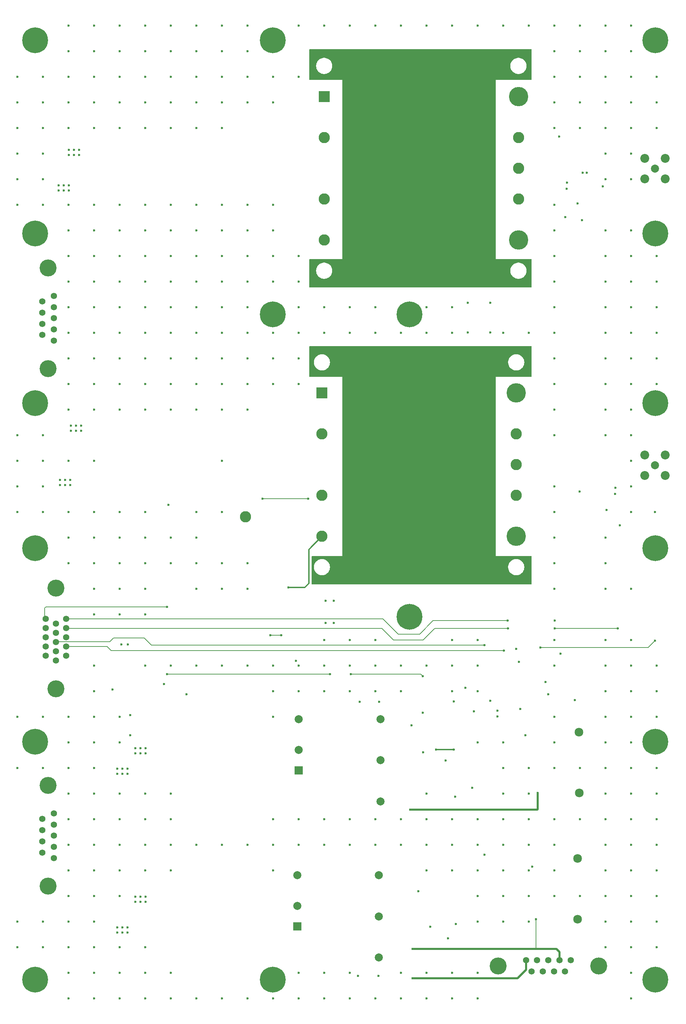
<source format=gbr>
%TF.GenerationSoftware,KiCad,Pcbnew,8.0.6*%
%TF.CreationDate,2025-06-02T15:06:51-04:00*%
%TF.ProjectId,CAEN_NEVIS_DAQ_PM5V,4341454e-5f4e-4455-9649-535f4441515f,rev?*%
%TF.SameCoordinates,Original*%
%TF.FileFunction,Copper,L8,Inr*%
%TF.FilePolarity,Positive*%
%FSLAX46Y46*%
G04 Gerber Fmt 4.6, Leading zero omitted, Abs format (unit mm)*
G04 Created by KiCad (PCBNEW 8.0.6) date 2025-06-02 15:06:51*
%MOMM*%
%LPD*%
G01*
G04 APERTURE LIST*
%TA.AperFunction,ComponentPad*%
%ADD10C,6.400000*%
%TD*%
%TA.AperFunction,ComponentPad*%
%ADD11C,2.159000*%
%TD*%
%TA.AperFunction,ComponentPad*%
%ADD12R,2.800000X2.800000*%
%TD*%
%TA.AperFunction,ComponentPad*%
%ADD13C,2.800000*%
%TD*%
%TA.AperFunction,ComponentPad*%
%ADD14C,4.800000*%
%TD*%
%TA.AperFunction,ComponentPad*%
%ADD15C,1.575000*%
%TD*%
%TA.AperFunction,ComponentPad*%
%ADD16C,4.216000*%
%TD*%
%TA.AperFunction,ComponentPad*%
%ADD17C,2.006600*%
%TD*%
%TA.AperFunction,ComponentPad*%
%ADD18C,2.209800*%
%TD*%
%TA.AperFunction,ComponentPad*%
%ADD19R,2.000000X2.000000*%
%TD*%
%TA.AperFunction,ComponentPad*%
%ADD20C,2.000000*%
%TD*%
%TA.AperFunction,ComponentPad*%
%ADD21C,1.560000*%
%TD*%
%TA.AperFunction,ViaPad*%
%ADD22C,0.600000*%
%TD*%
%TA.AperFunction,ViaPad*%
%ADD23C,1.200000*%
%TD*%
%TA.AperFunction,Conductor*%
%ADD24C,0.300000*%
%TD*%
%TA.AperFunction,Conductor*%
%ADD25C,0.500000*%
%TD*%
%TA.AperFunction,Conductor*%
%ADD26C,0.200000*%
%TD*%
G04 APERTURE END LIST*
D10*
%TO.N,GNDPWR*%
%TO.C,H13*%
X184000000Y-262000000D03*
%TD*%
%TO.N,GNDPWR*%
%TO.C,H6*%
X125000000Y-203000000D03*
%TD*%
%TO.N,GNDPWR*%
%TO.C,H14*%
X279000000Y-119000000D03*
%TD*%
%TO.N,GNDPWR*%
%TO.C,H4*%
X125000000Y-119000000D03*
%TD*%
D11*
%TO.N,Net-(M3-Pad3)*%
%TO.C,P4*%
X260040000Y-200620000D03*
%TD*%
D12*
%TO.N,Net-(U4-+VIN)*%
%TO.C,U4*%
X196235000Y-116540000D03*
D13*
%TO.N,/Main_DC-DC_Converters/Enable_CKT/Enable*%
X196235000Y-126700000D03*
%TO.N,GNDPWR*%
X196235000Y-141940000D03*
%TO.N,/Main_DC-DC_Converters/Enable_CKT/RTN*%
X196235000Y-152100000D03*
D14*
%TO.N,/M5V*%
X244485000Y-152100000D03*
D13*
X244485000Y-141940000D03*
%TO.N,unconnected-(U4-TRIM-Pad7)*%
X244485000Y-134320000D03*
%TO.N,/PM5_RTN*%
X244485000Y-126700000D03*
D14*
X244485000Y-116540000D03*
%TD*%
D11*
%TO.N,Net-(P2-Pad1)*%
%TO.C,P2*%
X259760000Y-247070000D03*
%TD*%
D15*
%TO.N,/Enable+*%
%TO.C,J1*%
X132710000Y-181730000D03*
%TO.N,/P5V_V_MON*%
X132710000Y-179440000D03*
%TO.N,unconnected-(J1-Pad3)*%
X132710000Y-177150000D03*
%TO.N,/M5V_I_MON*%
X132710000Y-174860000D03*
%TO.N,/P5V_I_MON*%
X132710000Y-172570000D03*
%TO.N,/Enable-*%
X130170000Y-182875000D03*
%TO.N,/PM5V_TELEM_RTN*%
X130170000Y-180585000D03*
%TO.N,/M5V_V_MON*%
X130170000Y-178295000D03*
%TO.N,/PM5V_TELEM_RTN*%
X130170000Y-176005000D03*
X130170000Y-173715000D03*
X127630000Y-181730000D03*
X127630000Y-179440000D03*
%TO.N,unconnected-(J1-Pad13)*%
X127630000Y-177150000D03*
%TO.N,/PM5V_TELEM_RTN*%
X127630000Y-174860000D03*
%TO.N,/TEMP_MON*%
X127630000Y-172570000D03*
D16*
%TO.N,GNDPWR*%
X130170000Y-164909000D03*
X130170000Y-189899000D03*
%TD*%
D13*
%TO.N,/Main_DC-DC_Converters/Enable_CKT/Enable*%
%TO.C,V_{EN}1*%
X177270000Y-147230000D03*
%TD*%
D10*
%TO.N,GNDPWR*%
%TO.C,H17*%
X218000000Y-172000000D03*
%TD*%
D17*
%TO.N,/M5V_OUT*%
%TO.C,J4*%
X278970000Y-134410000D03*
D18*
%TO.N,/PM5_RTN*%
X281510000Y-131870000D03*
X276430000Y-131870000D03*
X276430000Y-136950000D03*
X281510000Y-136950000D03*
%TD*%
D12*
%TO.N,Net-(U3-+VIN)*%
%TO.C,U3*%
X196795000Y-43017500D03*
D13*
%TO.N,/Main_DC-DC_Converters/Enable_CKT/Enable*%
X196795000Y-53177500D03*
%TO.N,GNDPWR*%
X196795000Y-68417500D03*
%TO.N,/Main_DC-DC_Converters/Main_Converter/V_RTN*%
X196795000Y-78577500D03*
D14*
%TO.N,/PM5_RTN*%
X245045000Y-78577500D03*
D13*
X245045000Y-68417500D03*
%TO.N,unconnected-(U3-TRIM-Pad7)*%
X245045000Y-60797500D03*
%TO.N,/P5V*%
X245045000Y-53177500D03*
D14*
X245045000Y-43017500D03*
%TD*%
D10*
%TO.N,GNDPWR*%
%TO.C,H11*%
X279000000Y-203000000D03*
%TD*%
D19*
%TO.N,/Telemetry_PWR/Telem_5V1/V_POS*%
%TO.C,U6*%
X190093750Y-248860000D03*
D20*
%TO.N,/Telemetry_PWR/Telem_5V1/V_RTN*%
X190093750Y-243760000D03*
%TO.N,/PM5V_TELEM_RTN*%
X210393750Y-256560000D03*
%TO.N,unconnected-(U6-TRIM-Pad4)*%
X210393750Y-246360000D03*
%TO.N,/M5V_TELEM*%
X210393750Y-236160000D03*
%TO.N,unconnected-(U6-REMOTE-Pad6)*%
X190093750Y-236160000D03*
%TD*%
D10*
%TO.N,GNDPWR*%
%TO.C,H3*%
X125000000Y-77000000D03*
%TD*%
%TO.N,GNDPWR*%
%TO.C,H5*%
X125000000Y-155000000D03*
%TD*%
%TO.N,GNDPWR*%
%TO.C,H1*%
X125000000Y-29000000D03*
%TD*%
%TO.N,GNDPWR*%
%TO.C,H16*%
X218000000Y-97000000D03*
%TD*%
%TO.N,GNDPWR*%
%TO.C,H8*%
X279000000Y-262000000D03*
%TD*%
D19*
%TO.N,/Telemetry_PWR/Telem_5V/V_POS*%
%TO.C,U5*%
X190492500Y-210130000D03*
D20*
%TO.N,/Telemetry_PWR/Telem_5V/V_RTN*%
X190492500Y-205030000D03*
%TO.N,/P5V_TELEM*%
X210792500Y-217830000D03*
%TO.N,unconnected-(U5-TRIM-Pad4)*%
X210792500Y-207630000D03*
%TO.N,/PM5V_TELEM_RTN*%
X210792500Y-197430000D03*
%TO.N,unconnected-(U5-REMOTE-Pad6)*%
X190492500Y-197430000D03*
%TD*%
D10*
%TO.N,GNDPWR*%
%TO.C,H15*%
X184000000Y-29000000D03*
%TD*%
%TO.N,GNDPWR*%
%TO.C,H7*%
X125000000Y-262000000D03*
%TD*%
%TO.N,GNDPWR*%
%TO.C,H10*%
X184000000Y-97000000D03*
%TD*%
%TO.N,GNDPWR*%
%TO.C,H12*%
X279000000Y-77000000D03*
%TD*%
D21*
%TO.N,/M5V_TELEM*%
%TO.C,J6*%
X246915000Y-257210000D03*
X249685000Y-257210000D03*
%TO.N,unconnected-(J6-Pad3)*%
X252455000Y-257210000D03*
%TO.N,/P5V_TELEM*%
X255225000Y-257210000D03*
X257995000Y-257210000D03*
%TO.N,/PM5V_TELEM_RTN*%
X248300000Y-260050000D03*
X251070000Y-260050000D03*
X253840000Y-260050000D03*
X256610000Y-260050000D03*
D16*
%TO.N,GNDPWR*%
X239955000Y-258630000D03*
X264955000Y-258630000D03*
%TD*%
D11*
%TO.N,Net-(M4-Pad3)*%
%TO.C,P1*%
X259680000Y-231950000D03*
%TD*%
D17*
%TO.N,/P5V_OUT*%
%TO.C,J5*%
X278970000Y-60900000D03*
D18*
%TO.N,/PM5_RTN*%
X281510000Y-58360000D03*
X276430000Y-58360000D03*
X276430000Y-63440000D03*
X281510000Y-63440000D03*
%TD*%
D21*
%TO.N,/V_SEC_RTN*%
%TO.C,J2*%
X129660000Y-92440000D03*
X129660000Y-95210000D03*
%TO.N,unconnected-(J2-Pad3)*%
X129660000Y-97980000D03*
%TO.N,/V_SEC_RTN*%
X129660000Y-100750000D03*
X129660000Y-103520000D03*
%TO.N,/V_SEC_IN*%
X126820000Y-93825000D03*
X126820000Y-96595000D03*
X126820000Y-99365000D03*
X126820000Y-102135000D03*
D16*
%TO.N,GNDPWR*%
X128240000Y-85480000D03*
X128240000Y-110480000D03*
%TD*%
D10*
%TO.N,GNDPWR*%
%TO.C,H9*%
X279000000Y-155000000D03*
%TD*%
D21*
%TO.N,/V_TELEM_RTN*%
%TO.C,J3*%
X129660000Y-220810000D03*
X129660000Y-223580000D03*
%TO.N,unconnected-(J3-Pad3)*%
X129660000Y-226350000D03*
%TO.N,/V_TELEM_RTN*%
X129660000Y-229120000D03*
X129660000Y-231890000D03*
%TO.N,/V_TELEM_IN*%
X126820000Y-222195000D03*
X126820000Y-224965000D03*
X126820000Y-227735000D03*
X126820000Y-230505000D03*
D16*
%TO.N,GNDPWR*%
X128240000Y-213850000D03*
X128240000Y-238850000D03*
%TD*%
D11*
%TO.N,Net-(P3-Pad1)*%
%TO.C,P3*%
X260100000Y-215770000D03*
%TD*%
D10*
%TO.N,GNDPWR*%
%TO.C,H2*%
X279000000Y-29000000D03*
%TD*%
D22*
%TO.N,/V_TELEM_IN*%
X162580000Y-191275000D03*
X147975000Y-250330000D03*
X146705000Y-250330000D03*
X145435000Y-249060000D03*
X147975000Y-209690000D03*
X145435000Y-210960000D03*
X146705000Y-209690000D03*
X146705000Y-249060000D03*
X148640000Y-196410000D03*
X146705000Y-210960000D03*
X147975000Y-210960000D03*
X145435000Y-209690000D03*
X145435000Y-250330000D03*
X147975000Y-249060000D03*
%TO.N,/V_TELEM_RTN*%
X266700000Y-234950000D03*
X171450000Y-228600000D03*
X279400000Y-184150000D03*
X139700000Y-222250000D03*
X133350000Y-241300000D03*
X139700000Y-228600000D03*
X234950000Y-234950000D03*
X241300000Y-209550000D03*
X196850000Y-228600000D03*
X228600000Y-190500000D03*
X254000000Y-184150000D03*
X222250000Y-184150000D03*
X139700000Y-190500000D03*
X133350000Y-209550000D03*
X133350000Y-215900000D03*
X127000000Y-247650000D03*
X127000000Y-196850000D03*
X139700000Y-196850000D03*
X260350000Y-241300000D03*
X149880000Y-241440000D03*
X171450000Y-266700000D03*
X241300000Y-241300000D03*
X151150000Y-241440000D03*
X152400000Y-254000000D03*
X157040000Y-188760000D03*
X120650000Y-209550000D03*
X120650000Y-254000000D03*
X152400000Y-266700000D03*
X133350000Y-254000000D03*
X184150000Y-222250000D03*
X234950000Y-177800000D03*
X139700000Y-260350000D03*
X247650000Y-234950000D03*
X152420000Y-242710000D03*
X215900000Y-260350000D03*
X241300000Y-222250000D03*
X209550000Y-190500000D03*
X209550000Y-266700000D03*
X165100000Y-266700000D03*
X139700000Y-241300000D03*
X177800000Y-228600000D03*
X203200000Y-222250000D03*
X241300000Y-228600000D03*
X146050000Y-241300000D03*
X149880000Y-242710000D03*
X247650000Y-247650000D03*
X190500000Y-190500000D03*
X266700000Y-190500000D03*
X152400000Y-234950000D03*
X266700000Y-215900000D03*
X241300000Y-234950000D03*
X152420000Y-205880000D03*
X273050000Y-266700000D03*
X266700000Y-228600000D03*
X273050000Y-215900000D03*
X171450000Y-184150000D03*
X247650000Y-241300000D03*
X139700000Y-203200000D03*
X273050000Y-234950000D03*
X279400000Y-228600000D03*
X209550000Y-228600000D03*
X273050000Y-209550000D03*
X127000000Y-254000000D03*
X165100000Y-228600000D03*
X215900000Y-266700000D03*
X190500000Y-184150000D03*
X146050000Y-222250000D03*
X120650000Y-196850000D03*
X139700000Y-234950000D03*
X215900000Y-190500000D03*
X273050000Y-247650000D03*
X203200000Y-260350000D03*
X228600000Y-234950000D03*
X152400000Y-222250000D03*
X127000000Y-209550000D03*
X241300000Y-215900000D03*
X144220000Y-190100000D03*
X266700000Y-254000000D03*
X215900000Y-184150000D03*
X152400000Y-228600000D03*
X279400000Y-209550000D03*
X273050000Y-177800000D03*
X247650000Y-228600000D03*
X149880000Y-205880000D03*
X152400000Y-171450000D03*
X209550000Y-177800000D03*
X158750000Y-215900000D03*
X273050000Y-203200000D03*
X234950000Y-203200000D03*
X266700000Y-222250000D03*
X215900000Y-228600000D03*
X279400000Y-254000000D03*
X234950000Y-184150000D03*
X279400000Y-190500000D03*
X189770000Y-182940000D03*
X203200000Y-184150000D03*
X177800000Y-184150000D03*
X158750000Y-260350000D03*
X234950000Y-190500000D03*
X152400000Y-260350000D03*
X273050000Y-228600000D03*
X228600000Y-228600000D03*
X266700000Y-177800000D03*
X228600000Y-177800000D03*
X260350000Y-209550000D03*
X146050000Y-260350000D03*
X234950000Y-222250000D03*
X139700000Y-215900000D03*
X184150000Y-196850000D03*
X273050000Y-222250000D03*
X279400000Y-247650000D03*
X273050000Y-184150000D03*
X266700000Y-203200000D03*
X228600000Y-222250000D03*
X247650000Y-222250000D03*
X148670000Y-201420000D03*
X139700000Y-247650000D03*
X146050000Y-196850000D03*
X215900000Y-222250000D03*
X196850000Y-190500000D03*
X152400000Y-165100000D03*
X146050000Y-215900000D03*
X146050000Y-203200000D03*
X279400000Y-196850000D03*
X266700000Y-209550000D03*
X247650000Y-215900000D03*
X133350000Y-228600000D03*
X203200000Y-228600000D03*
X279400000Y-222250000D03*
X151150000Y-205880000D03*
X149880000Y-204610000D03*
X234950000Y-266700000D03*
X254000000Y-203200000D03*
X234950000Y-228600000D03*
X241300000Y-203200000D03*
X273050000Y-254000000D03*
X133350000Y-266700000D03*
X133350000Y-260350000D03*
X146409999Y-178886200D03*
X152400000Y-215900000D03*
X158750000Y-184150000D03*
X266700000Y-196850000D03*
X139700000Y-254000000D03*
X158750000Y-222250000D03*
X139700000Y-171450000D03*
X254000000Y-241300000D03*
X152420000Y-204610000D03*
X241300000Y-247650000D03*
X273050000Y-196850000D03*
X199180000Y-173590000D03*
X266700000Y-184150000D03*
X146050000Y-254000000D03*
X133350000Y-234950000D03*
X279400000Y-234950000D03*
X222250000Y-222250000D03*
X266700000Y-241300000D03*
X234950000Y-241300000D03*
X228600000Y-266700000D03*
X279400000Y-215900000D03*
X158750000Y-234950000D03*
X273050000Y-260350000D03*
X222250000Y-228600000D03*
X133350000Y-222250000D03*
X254000000Y-228600000D03*
X133350000Y-196850000D03*
X190500000Y-266700000D03*
X196850000Y-184150000D03*
X222250000Y-215900000D03*
X146050000Y-171450000D03*
X222250000Y-234950000D03*
X158750000Y-266700000D03*
X247650000Y-209550000D03*
X190500000Y-260350000D03*
X184150000Y-266700000D03*
X203200000Y-177800000D03*
X203200000Y-190500000D03*
X228600000Y-184150000D03*
X234950000Y-260350000D03*
X165100000Y-184150000D03*
X152420000Y-241440000D03*
X254000000Y-177800000D03*
X151150000Y-204610000D03*
X222250000Y-266700000D03*
X146050000Y-234950000D03*
X139700000Y-209550000D03*
X197180000Y-173590000D03*
X152400000Y-184150000D03*
X184150000Y-190500000D03*
X120650000Y-247650000D03*
X254000000Y-222250000D03*
X177800000Y-266700000D03*
X228600000Y-260350000D03*
X273050000Y-190500000D03*
X190500000Y-228600000D03*
X209550000Y-222250000D03*
X146050000Y-228600000D03*
X184150000Y-228600000D03*
X203200000Y-266700000D03*
X146050000Y-266700000D03*
X146050000Y-165100000D03*
X279400000Y-241300000D03*
X196850000Y-266700000D03*
X158750000Y-228600000D03*
X133350000Y-247650000D03*
X266700000Y-247650000D03*
X196850000Y-177800000D03*
X190500000Y-222250000D03*
X139700000Y-266700000D03*
X273050000Y-241300000D03*
X139700000Y-165100000D03*
X209550000Y-184150000D03*
X196850000Y-222250000D03*
X184150000Y-234950000D03*
X196850000Y-260350000D03*
X139700000Y-184150000D03*
X222250000Y-260350000D03*
X254000000Y-196850000D03*
X254000000Y-234950000D03*
X151150000Y-242710000D03*
X254000000Y-209550000D03*
X234950000Y-247650000D03*
X260350000Y-222250000D03*
X184150000Y-184150000D03*
X133350000Y-203200000D03*
%TO.N,/Main_DC-DC_Converters/V3p3*%
X148059999Y-178866200D03*
D23*
%TO.N,GNDPWR*%
X203220000Y-86500000D03*
X215920000Y-56020000D03*
X218460000Y-68720000D03*
X238780000Y-162700000D03*
X208300000Y-122060000D03*
X205760000Y-150000000D03*
X231160000Y-124600000D03*
X236240000Y-66180000D03*
X213380000Y-137300000D03*
X233700000Y-86500000D03*
X203220000Y-58560000D03*
X205760000Y-124600000D03*
X223540000Y-127140000D03*
X241320000Y-109360000D03*
X210840000Y-137300000D03*
X203220000Y-68720000D03*
X223540000Y-86500000D03*
X218460000Y-35700000D03*
X236240000Y-78880000D03*
X231160000Y-106820000D03*
X226080000Y-83960000D03*
X223540000Y-160160000D03*
X218460000Y-109360000D03*
X236240000Y-61100000D03*
X215920000Y-53480000D03*
X203220000Y-122060000D03*
X215920000Y-40780000D03*
X218460000Y-147460000D03*
X210840000Y-33160000D03*
X221000000Y-116980000D03*
X226080000Y-142380000D03*
X223540000Y-35700000D03*
X236240000Y-157620000D03*
X205760000Y-56020000D03*
X221000000Y-114440000D03*
X218460000Y-157620000D03*
X231160000Y-111900000D03*
X233700000Y-63640000D03*
X210840000Y-63640000D03*
X210840000Y-56020000D03*
X226080000Y-43320000D03*
X226080000Y-48400000D03*
X208300000Y-127140000D03*
X221000000Y-56020000D03*
X221000000Y-127140000D03*
X205760000Y-50940000D03*
X226080000Y-114440000D03*
X221000000Y-61100000D03*
X210840000Y-150000000D03*
X203220000Y-89040000D03*
X213380000Y-48400000D03*
X210840000Y-152540000D03*
X215920000Y-122060000D03*
X208300000Y-162700000D03*
X233700000Y-152540000D03*
X208300000Y-58560000D03*
X221000000Y-124600000D03*
X233700000Y-142380000D03*
X226080000Y-73800000D03*
X203220000Y-56020000D03*
X228620000Y-43320000D03*
X231160000Y-58560000D03*
X233700000Y-38240000D03*
X205760000Y-122060000D03*
X226080000Y-50940000D03*
X210840000Y-142380000D03*
D22*
X232480000Y-101510000D03*
D23*
X210840000Y-144920000D03*
X231160000Y-81420000D03*
X205760000Y-73800000D03*
X213380000Y-68720000D03*
X205760000Y-152540000D03*
X236240000Y-127140000D03*
X226080000Y-53480000D03*
X236240000Y-86500000D03*
X231160000Y-48400000D03*
X205760000Y-33160000D03*
X208300000Y-73800000D03*
X241320000Y-162700000D03*
X208300000Y-147460000D03*
X203220000Y-124600000D03*
X213380000Y-71260000D03*
X238780000Y-106820000D03*
X233700000Y-109360000D03*
X233700000Y-111900000D03*
X205760000Y-61100000D03*
X215920000Y-33160000D03*
X215920000Y-63640000D03*
X223540000Y-162700000D03*
X210840000Y-134760000D03*
X221000000Y-111900000D03*
X226080000Y-61100000D03*
X208300000Y-160160000D03*
X218460000Y-66180000D03*
X221000000Y-68720000D03*
X215920000Y-155080000D03*
X208300000Y-33160000D03*
X208300000Y-66180000D03*
X205760000Y-137300000D03*
X205760000Y-58560000D03*
X208300000Y-114440000D03*
X221000000Y-86500000D03*
X228620000Y-124600000D03*
X218460000Y-122060000D03*
X218460000Y-160160000D03*
X215920000Y-50940000D03*
X233700000Y-73800000D03*
X223540000Y-68720000D03*
X215920000Y-83960000D03*
X203220000Y-45860000D03*
X238780000Y-35700000D03*
X226080000Y-147460000D03*
X215920000Y-38240000D03*
X223540000Y-58560000D03*
X233700000Y-78880000D03*
X236240000Y-111900000D03*
X226080000Y-162700000D03*
X236240000Y-38240000D03*
X231160000Y-139840000D03*
X213380000Y-152540000D03*
X236240000Y-129680000D03*
X226080000Y-35700000D03*
X228620000Y-68720000D03*
X226080000Y-139840000D03*
X221000000Y-119520000D03*
X231160000Y-157620000D03*
X231160000Y-132220000D03*
X223540000Y-152540000D03*
D22*
X232480000Y-94120000D03*
D23*
X228620000Y-155080000D03*
X215920000Y-58560000D03*
X231160000Y-61100000D03*
X228620000Y-48400000D03*
X208300000Y-45860000D03*
X210840000Y-157620000D03*
X210840000Y-129680000D03*
X231160000Y-162700000D03*
X205760000Y-83960000D03*
X226080000Y-71260000D03*
X238780000Y-86500000D03*
X228620000Y-129680000D03*
X203220000Y-35700000D03*
X236240000Y-139840000D03*
X223540000Y-137300000D03*
X228620000Y-119520000D03*
X203220000Y-157620000D03*
X221000000Y-132220000D03*
X231160000Y-155080000D03*
X221000000Y-160160000D03*
X223540000Y-124600000D03*
X200680000Y-86500000D03*
X223540000Y-132220000D03*
X203220000Y-33160000D03*
X233700000Y-33160000D03*
X223540000Y-81420000D03*
X226080000Y-66180000D03*
X213380000Y-86500000D03*
X233700000Y-162700000D03*
X210840000Y-124600000D03*
X210840000Y-61100000D03*
X231160000Y-33160000D03*
X226080000Y-155080000D03*
X228620000Y-86500000D03*
X223540000Y-157620000D03*
X231160000Y-86500000D03*
X228620000Y-81420000D03*
X231160000Y-116980000D03*
X218460000Y-127140000D03*
X205760000Y-35700000D03*
X210840000Y-147460000D03*
X215920000Y-142380000D03*
X228620000Y-66180000D03*
X215920000Y-86500000D03*
X231160000Y-76340000D03*
X210840000Y-48400000D03*
X203220000Y-147460000D03*
X200680000Y-89040000D03*
X226080000Y-137300000D03*
X226080000Y-127140000D03*
X213380000Y-127140000D03*
X231160000Y-114440000D03*
X203220000Y-155080000D03*
X203220000Y-144920000D03*
X218460000Y-116980000D03*
X233700000Y-106820000D03*
X215920000Y-137300000D03*
X215920000Y-43320000D03*
X241320000Y-33160000D03*
X233700000Y-144920000D03*
X208300000Y-142380000D03*
X213380000Y-63640000D03*
X210840000Y-162700000D03*
X205760000Y-76340000D03*
X221000000Y-48400000D03*
X223540000Y-144920000D03*
X213380000Y-45860000D03*
X213380000Y-89040000D03*
X210840000Y-155080000D03*
X241320000Y-106820000D03*
X226080000Y-122060000D03*
X213380000Y-61100000D03*
X208300000Y-152540000D03*
X205760000Y-144920000D03*
X233700000Y-127140000D03*
X218460000Y-58560000D03*
X233700000Y-61100000D03*
X218460000Y-119520000D03*
X221000000Y-155080000D03*
X221000000Y-50940000D03*
X223540000Y-45860000D03*
X208300000Y-50940000D03*
X213380000Y-111900000D03*
X203220000Y-127140000D03*
X210840000Y-114440000D03*
X233700000Y-137300000D03*
X233700000Y-43320000D03*
X213380000Y-33160000D03*
X236240000Y-160160000D03*
X205760000Y-106820000D03*
X231160000Y-78880000D03*
X236240000Y-76340000D03*
X215920000Y-48400000D03*
X238780000Y-89040000D03*
X226080000Y-160160000D03*
X205760000Y-45860000D03*
X233700000Y-155080000D03*
X205760000Y-68720000D03*
X210840000Y-89040000D03*
X210840000Y-78880000D03*
X215920000Y-89040000D03*
X233700000Y-45860000D03*
X205760000Y-160160000D03*
X203220000Y-83960000D03*
X203220000Y-139840000D03*
X221000000Y-43320000D03*
X208300000Y-68720000D03*
X215920000Y-124600000D03*
X205760000Y-155080000D03*
X205760000Y-134760000D03*
X208300000Y-124600000D03*
X218460000Y-152540000D03*
X236240000Y-33160000D03*
X218460000Y-71260000D03*
X203220000Y-137300000D03*
X205760000Y-111900000D03*
X213380000Y-66180000D03*
X226080000Y-89040000D03*
X205760000Y-63640000D03*
X233700000Y-122060000D03*
X218460000Y-150000000D03*
X210840000Y-38240000D03*
X205760000Y-53480000D03*
X203220000Y-114440000D03*
X203220000Y-66180000D03*
X231160000Y-38240000D03*
X218460000Y-111900000D03*
X236240000Y-63640000D03*
X226080000Y-116980000D03*
X210840000Y-40780000D03*
X205760000Y-127140000D03*
X213380000Y-144920000D03*
X221000000Y-106820000D03*
X203220000Y-134760000D03*
X218460000Y-53480000D03*
X203220000Y-53480000D03*
X200680000Y-162700000D03*
X208300000Y-157620000D03*
D22*
X205190000Y-261150000D03*
D23*
X218460000Y-144920000D03*
X226080000Y-45860000D03*
X213380000Y-150000000D03*
X228620000Y-63640000D03*
X233700000Y-116980000D03*
X215920000Y-81420000D03*
X228620000Y-61100000D03*
X218460000Y-61100000D03*
X226080000Y-86500000D03*
X236240000Y-116980000D03*
X223540000Y-38240000D03*
X208300000Y-129680000D03*
X226080000Y-150000000D03*
X200680000Y-109360000D03*
X221000000Y-66180000D03*
X213380000Y-132220000D03*
X210840000Y-139840000D03*
X223540000Y-71260000D03*
X215920000Y-129680000D03*
X228620000Y-33160000D03*
X208300000Y-116980000D03*
X236240000Y-132220000D03*
X238780000Y-160160000D03*
X236240000Y-155080000D03*
X203220000Y-142380000D03*
X223540000Y-155080000D03*
X228620000Y-50940000D03*
X218460000Y-162700000D03*
X221000000Y-144920000D03*
X233700000Y-81420000D03*
X208300000Y-78880000D03*
X205760000Y-129680000D03*
X218460000Y-33160000D03*
X231160000Y-45860000D03*
X205760000Y-48400000D03*
X223540000Y-53480000D03*
X223540000Y-106820000D03*
X218460000Y-56020000D03*
X213380000Y-157620000D03*
X228620000Y-160160000D03*
X236240000Y-35700000D03*
X236240000Y-106820000D03*
X236240000Y-144920000D03*
X208300000Y-111900000D03*
X215920000Y-109360000D03*
X233700000Y-124600000D03*
X215920000Y-119520000D03*
X210840000Y-127140000D03*
X233700000Y-53480000D03*
X233700000Y-157620000D03*
X208300000Y-139840000D03*
X203220000Y-162700000D03*
X236240000Y-119520000D03*
X228620000Y-78880000D03*
X213380000Y-155080000D03*
X203220000Y-63640000D03*
X213380000Y-76340000D03*
X236240000Y-48400000D03*
X241320000Y-86500000D03*
X228620000Y-122060000D03*
X236240000Y-83960000D03*
X233700000Y-76340000D03*
X228620000Y-56020000D03*
X233700000Y-48400000D03*
X215920000Y-144920000D03*
X205760000Y-86500000D03*
X223540000Y-33160000D03*
X228620000Y-83960000D03*
X236240000Y-68720000D03*
X213380000Y-116980000D03*
X210840000Y-106820000D03*
X210840000Y-53480000D03*
X213380000Y-73800000D03*
X215920000Y-132220000D03*
X221000000Y-137300000D03*
X233700000Y-66180000D03*
X213380000Y-162700000D03*
X231160000Y-53480000D03*
X203220000Y-132220000D03*
X228620000Y-150000000D03*
X221000000Y-53480000D03*
X228620000Y-157620000D03*
X203220000Y-78880000D03*
X218460000Y-63640000D03*
X236240000Y-162700000D03*
X215920000Y-71260000D03*
X236240000Y-89040000D03*
X210840000Y-116980000D03*
X215920000Y-127140000D03*
X221000000Y-78880000D03*
X236240000Y-134760000D03*
X221000000Y-45860000D03*
X205760000Y-109360000D03*
X228620000Y-89040000D03*
X221000000Y-89040000D03*
X215920000Y-116980000D03*
X213380000Y-129680000D03*
X236240000Y-58560000D03*
X203220000Y-61100000D03*
X208300000Y-150000000D03*
X223540000Y-142380000D03*
X226080000Y-78880000D03*
X218460000Y-43320000D03*
X208300000Y-109360000D03*
X233700000Y-83960000D03*
X208300000Y-155080000D03*
X205760000Y-71260000D03*
X223540000Y-89040000D03*
X223540000Y-63640000D03*
X223540000Y-56020000D03*
X205760000Y-142380000D03*
X208300000Y-83960000D03*
X228620000Y-40780000D03*
X226080000Y-129680000D03*
X241320000Y-35700000D03*
X208300000Y-89040000D03*
X213380000Y-83960000D03*
X205760000Y-43320000D03*
X231160000Y-89040000D03*
X210840000Y-132220000D03*
X218460000Y-50940000D03*
X205760000Y-40780000D03*
X213380000Y-106820000D03*
X223540000Y-66180000D03*
X223540000Y-114440000D03*
X233700000Y-119520000D03*
X228620000Y-53480000D03*
X236240000Y-124600000D03*
X203220000Y-43320000D03*
X213380000Y-134760000D03*
X221000000Y-38240000D03*
X226080000Y-106820000D03*
X226080000Y-58560000D03*
X203220000Y-111900000D03*
X231160000Y-56020000D03*
X226080000Y-38240000D03*
X218460000Y-134760000D03*
X233700000Y-35700000D03*
X233700000Y-160160000D03*
X203220000Y-71260000D03*
X208300000Y-61100000D03*
X208300000Y-56020000D03*
X233700000Y-147460000D03*
X218460000Y-45860000D03*
X236240000Y-147460000D03*
X210840000Y-66180000D03*
X241320000Y-160160000D03*
X203220000Y-48400000D03*
X228620000Y-76340000D03*
X203220000Y-81420000D03*
X210840000Y-109360000D03*
X226080000Y-157620000D03*
X226080000Y-63640000D03*
X221000000Y-81420000D03*
X215920000Y-147460000D03*
X231160000Y-134760000D03*
X231160000Y-122060000D03*
X215920000Y-61100000D03*
X223540000Y-76340000D03*
X236240000Y-40780000D03*
X226080000Y-76340000D03*
X218460000Y-83960000D03*
X200680000Y-106820000D03*
X203220000Y-160160000D03*
X208300000Y-144920000D03*
X218460000Y-129680000D03*
X228620000Y-127140000D03*
X213380000Y-119520000D03*
X221000000Y-142380000D03*
X231160000Y-43320000D03*
X228620000Y-58560000D03*
D22*
X205620000Y-193120000D03*
D23*
X205760000Y-116980000D03*
X210840000Y-71260000D03*
X213380000Y-50940000D03*
X218460000Y-40780000D03*
X223540000Y-139840000D03*
X208300000Y-76340000D03*
X231160000Y-129680000D03*
X226080000Y-144920000D03*
X215920000Y-114440000D03*
X213380000Y-81420000D03*
X223540000Y-40780000D03*
X213380000Y-43320000D03*
X236240000Y-81420000D03*
X223540000Y-134760000D03*
X228620000Y-109360000D03*
X218460000Y-132220000D03*
X213380000Y-109360000D03*
X200680000Y-160160000D03*
X221000000Y-73800000D03*
X208300000Y-132220000D03*
X228620000Y-114440000D03*
X213380000Y-160160000D03*
X236240000Y-109360000D03*
X203220000Y-106820000D03*
X213380000Y-124600000D03*
X210840000Y-119520000D03*
X218460000Y-142380000D03*
X210840000Y-50940000D03*
X236240000Y-56020000D03*
X226080000Y-134760000D03*
X223540000Y-48400000D03*
X218460000Y-73800000D03*
X226080000Y-33160000D03*
X203220000Y-76340000D03*
X218460000Y-155080000D03*
X228620000Y-73800000D03*
X210840000Y-160160000D03*
X233700000Y-71260000D03*
X226080000Y-68720000D03*
X223540000Y-43320000D03*
X221000000Y-63640000D03*
X208300000Y-119520000D03*
X231160000Y-109360000D03*
X203220000Y-109360000D03*
X223540000Y-61100000D03*
X215920000Y-162700000D03*
X218460000Y-114440000D03*
X208300000Y-86500000D03*
X210840000Y-35700000D03*
X233700000Y-68720000D03*
X223540000Y-122060000D03*
X231160000Y-68720000D03*
X233700000Y-89040000D03*
X223540000Y-83960000D03*
X223540000Y-147460000D03*
X218460000Y-81420000D03*
X233700000Y-139840000D03*
X208300000Y-106820000D03*
X208300000Y-40780000D03*
X223540000Y-150000000D03*
X226080000Y-152540000D03*
X205760000Y-147460000D03*
X223540000Y-109360000D03*
X208300000Y-81420000D03*
X203220000Y-38240000D03*
X203220000Y-152540000D03*
X223540000Y-111900000D03*
X233700000Y-56020000D03*
X221000000Y-58560000D03*
X233700000Y-150000000D03*
X228620000Y-132220000D03*
X228620000Y-106820000D03*
X215920000Y-78880000D03*
X228620000Y-45860000D03*
X205760000Y-81420000D03*
X226080000Y-132220000D03*
X236240000Y-73800000D03*
X215920000Y-150000000D03*
X231160000Y-40780000D03*
X231160000Y-66180000D03*
X241320000Y-89040000D03*
X236240000Y-142380000D03*
X231160000Y-152540000D03*
X221000000Y-71260000D03*
X223540000Y-78880000D03*
X236240000Y-152540000D03*
X218460000Y-76340000D03*
X231160000Y-127140000D03*
X213380000Y-122060000D03*
X221000000Y-157620000D03*
X205760000Y-162700000D03*
X208300000Y-48400000D03*
X238780000Y-109360000D03*
X233700000Y-50940000D03*
X215920000Y-152540000D03*
X226080000Y-124600000D03*
X213380000Y-78880000D03*
X218460000Y-106820000D03*
X210840000Y-81420000D03*
X233700000Y-58560000D03*
X228620000Y-137300000D03*
X210840000Y-43320000D03*
X228620000Y-144920000D03*
X231160000Y-160160000D03*
X228620000Y-152540000D03*
X221000000Y-139840000D03*
X228620000Y-35700000D03*
X231160000Y-137300000D03*
X228620000Y-142380000D03*
X210840000Y-68720000D03*
X213380000Y-58560000D03*
X226080000Y-40780000D03*
X210840000Y-73800000D03*
X221000000Y-152540000D03*
X215920000Y-73800000D03*
X208300000Y-63640000D03*
X205760000Y-132220000D03*
X228620000Y-134760000D03*
X223540000Y-73800000D03*
X236240000Y-114440000D03*
X221000000Y-162700000D03*
X213380000Y-40780000D03*
X218460000Y-38240000D03*
X221000000Y-40780000D03*
X200680000Y-33160000D03*
X208300000Y-35700000D03*
X208300000Y-43320000D03*
X218460000Y-89040000D03*
X208300000Y-134760000D03*
X221000000Y-147460000D03*
X223540000Y-119520000D03*
X210840000Y-122060000D03*
X228620000Y-162700000D03*
X236240000Y-71260000D03*
X231160000Y-71260000D03*
X215920000Y-68720000D03*
X231160000Y-73800000D03*
X210840000Y-83960000D03*
X210840000Y-45860000D03*
X215920000Y-35700000D03*
X218460000Y-124600000D03*
X210840000Y-86500000D03*
X205760000Y-66180000D03*
X205760000Y-119520000D03*
X221000000Y-83960000D03*
X213380000Y-147460000D03*
X205760000Y-38240000D03*
X215920000Y-160160000D03*
X226080000Y-119520000D03*
X231160000Y-144920000D03*
X226080000Y-111900000D03*
X233700000Y-132220000D03*
X221000000Y-33160000D03*
X218460000Y-86500000D03*
X221000000Y-129680000D03*
X226080000Y-81420000D03*
X231160000Y-63640000D03*
X236240000Y-45860000D03*
X213380000Y-53480000D03*
X205760000Y-78880000D03*
X203220000Y-73800000D03*
X203220000Y-40780000D03*
X205760000Y-157620000D03*
X236240000Y-122060000D03*
X215920000Y-139840000D03*
X213380000Y-114440000D03*
X223540000Y-129680000D03*
X221000000Y-134760000D03*
X228620000Y-71260000D03*
X233700000Y-129680000D03*
X228620000Y-38240000D03*
X218460000Y-137300000D03*
X215920000Y-45860000D03*
X210840000Y-111900000D03*
X236240000Y-50940000D03*
X228620000Y-111900000D03*
X221000000Y-35700000D03*
X233700000Y-134760000D03*
X228620000Y-116980000D03*
X215920000Y-111900000D03*
X236240000Y-43320000D03*
X215920000Y-157620000D03*
X213380000Y-139840000D03*
X215920000Y-106820000D03*
X236240000Y-53480000D03*
X226080000Y-109360000D03*
X215920000Y-134760000D03*
X205760000Y-89040000D03*
X231160000Y-147460000D03*
X208300000Y-53480000D03*
X236240000Y-137300000D03*
X208300000Y-38240000D03*
X223540000Y-50940000D03*
X205760000Y-114440000D03*
X221000000Y-76340000D03*
X213380000Y-35700000D03*
X210840000Y-58560000D03*
X223540000Y-116980000D03*
X205760000Y-139840000D03*
X238780000Y-33160000D03*
X236240000Y-150000000D03*
X213380000Y-56020000D03*
X208300000Y-137300000D03*
X233700000Y-114440000D03*
X200680000Y-35700000D03*
X213380000Y-142380000D03*
X203220000Y-116980000D03*
X221000000Y-150000000D03*
X231160000Y-142380000D03*
X218460000Y-139840000D03*
X231160000Y-83960000D03*
X228620000Y-139840000D03*
X203220000Y-119520000D03*
X233700000Y-40780000D03*
X231160000Y-150000000D03*
X218460000Y-48400000D03*
X203220000Y-50940000D03*
X226080000Y-56020000D03*
X210840000Y-76340000D03*
X208300000Y-71260000D03*
X203220000Y-150000000D03*
X215920000Y-66180000D03*
X215920000Y-76340000D03*
X231160000Y-119520000D03*
X218460000Y-78880000D03*
X221000000Y-122060000D03*
X231160000Y-50940000D03*
X203220000Y-129680000D03*
X213380000Y-38240000D03*
X221000000Y-109360000D03*
X228620000Y-147460000D03*
X231160000Y-35700000D03*
D22*
%TO.N,/PM5_RTN*%
X255160000Y-52920000D03*
X238050000Y-101540000D03*
X238020000Y-94120000D03*
%TO.N,/V_SEC_RTN*%
X171450000Y-114300000D03*
X273050000Y-133350000D03*
X133350000Y-107950000D03*
X171450000Y-25400000D03*
X146050000Y-158750000D03*
X171450000Y-101600000D03*
X146050000Y-152400000D03*
X139700000Y-114300000D03*
X152400000Y-82550000D03*
X127000000Y-63500000D03*
X158750000Y-120650000D03*
X158750000Y-25400000D03*
X133350000Y-146050000D03*
X254000000Y-82550000D03*
X133350000Y-107950000D03*
X254000000Y-88900000D03*
X177800000Y-38100000D03*
X177800000Y-158750000D03*
X120650000Y-69850000D03*
X273050000Y-44450000D03*
X266700000Y-38100000D03*
X120650000Y-44450000D03*
X152400000Y-95250000D03*
X158750000Y-114300000D03*
X197170000Y-168040000D03*
X222250000Y-95250000D03*
X171450000Y-76200000D03*
X241300000Y-101600000D03*
X139700000Y-44450000D03*
X279400000Y-107950000D03*
X146050000Y-69850000D03*
X254000000Y-76200000D03*
X165100000Y-107950000D03*
X139700000Y-38100000D03*
X165100000Y-165100000D03*
X184150000Y-44450000D03*
X135920000Y-56240000D03*
X273050000Y-31750000D03*
X190500000Y-101600000D03*
X146050000Y-38100000D03*
X133350000Y-101600000D03*
X184150000Y-101600000D03*
X190500000Y-107950000D03*
X228600000Y-101600000D03*
X254000000Y-38100000D03*
X273050000Y-88900000D03*
X209550000Y-95250000D03*
X152400000Y-101600000D03*
X127000000Y-133350000D03*
X158750000Y-44450000D03*
X120650000Y-146050000D03*
X152400000Y-44450000D03*
X133350000Y-69850000D03*
X152400000Y-50800000D03*
X139700000Y-76200000D03*
X120650000Y-146050000D03*
X165100000Y-50800000D03*
X254000000Y-95250000D03*
X209550000Y-101600000D03*
X146050000Y-152400000D03*
X127000000Y-127000000D03*
X139700000Y-120650000D03*
X260350000Y-31750000D03*
X152400000Y-31750000D03*
X254000000Y-101600000D03*
X165100000Y-120650000D03*
X133350000Y-31750000D03*
X190500000Y-25400000D03*
X190500000Y-38100000D03*
X254000000Y-69850000D03*
X133350000Y-95250000D03*
X133350000Y-82550000D03*
X203200000Y-95250000D03*
X127000000Y-69850000D03*
X273050000Y-50800000D03*
X165100000Y-38100000D03*
X135180000Y-125900000D03*
X171450000Y-69850000D03*
X152400000Y-107950000D03*
X279400000Y-50800000D03*
X152400000Y-146050000D03*
X133350000Y-76200000D03*
X254000000Y-139700000D03*
X146050000Y-101600000D03*
X139700000Y-69850000D03*
X165100000Y-95250000D03*
X139700000Y-25400000D03*
X158750000Y-158750000D03*
X171450000Y-44450000D03*
X190500000Y-82550000D03*
X120650000Y-63500000D03*
X133380000Y-57510000D03*
X203200000Y-101600000D03*
X279400000Y-38100000D03*
X177800000Y-88900000D03*
X171450000Y-158750000D03*
X133350000Y-152400000D03*
X171450000Y-82550000D03*
X254000000Y-158750000D03*
X158750000Y-31750000D03*
X158750000Y-88900000D03*
X273050000Y-25400000D03*
X266700000Y-107950000D03*
X133350000Y-158750000D03*
X133350000Y-44450000D03*
X139700000Y-107950000D03*
X266700000Y-120650000D03*
X146050000Y-146050000D03*
X171450000Y-107950000D03*
X273050000Y-95250000D03*
X273050000Y-146050000D03*
X152400000Y-76200000D03*
X266700000Y-88900000D03*
X171450000Y-38100000D03*
X146050000Y-158750000D03*
X133910000Y-124630000D03*
X158750000Y-152400000D03*
X120650000Y-139700000D03*
X228600000Y-95250000D03*
X254000000Y-44450000D03*
X165100000Y-158750000D03*
X260350000Y-25400000D03*
X152400000Y-44450000D03*
X279400000Y-101600000D03*
X196850000Y-95250000D03*
X279400000Y-82550000D03*
X177800000Y-31750000D03*
X273050000Y-76200000D03*
X234950000Y-25400000D03*
X171450000Y-50800000D03*
X171450000Y-165100000D03*
X146050000Y-114300000D03*
X184150000Y-114300000D03*
X133350000Y-25400000D03*
X135180000Y-124630000D03*
X152400000Y-25400000D03*
X146050000Y-146050000D03*
X133350000Y-158750000D03*
X171450000Y-31750000D03*
X146050000Y-44450000D03*
X133350000Y-88900000D03*
X146050000Y-76200000D03*
X158750000Y-95250000D03*
X133350000Y-120650000D03*
X273050000Y-82550000D03*
X165100000Y-146050000D03*
X266700000Y-44450000D03*
X165100000Y-101600000D03*
X273050000Y-63500000D03*
X165100000Y-82550000D03*
X171450000Y-146050000D03*
X260350000Y-50800000D03*
X184150000Y-76200000D03*
X133350000Y-101600000D03*
X133350000Y-114300000D03*
X139700000Y-50800000D03*
X133350000Y-133350000D03*
X190500000Y-95250000D03*
X266700000Y-165100000D03*
X165100000Y-25400000D03*
X139700000Y-95250000D03*
X177800000Y-101600000D03*
X273050000Y-165100000D03*
X120650000Y-139700000D03*
X127000000Y-44450000D03*
X184150000Y-69850000D03*
X279400000Y-95250000D03*
X222250000Y-101600000D03*
X139700000Y-152400000D03*
X177800000Y-69850000D03*
X177800000Y-107950000D03*
X133350000Y-38100000D03*
X158750000Y-101600000D03*
X152400000Y-69850000D03*
X133350000Y-76200000D03*
X177800000Y-76200000D03*
X177800000Y-82550000D03*
X254000000Y-120650000D03*
X165100000Y-76200000D03*
X273050000Y-127000000D03*
X279400000Y-88900000D03*
X177800000Y-95250000D03*
X152400000Y-88900000D03*
X279400000Y-114300000D03*
X139700000Y-101600000D03*
X184150000Y-88900000D03*
X165100000Y-69850000D03*
X273050000Y-139700000D03*
X146050000Y-31750000D03*
X199180000Y-168040000D03*
X273050000Y-101600000D03*
X146050000Y-120650000D03*
X158750000Y-38100000D03*
X266700000Y-31750000D03*
X152400000Y-114300000D03*
X133350000Y-50800000D03*
X222250000Y-25400000D03*
X266700000Y-76200000D03*
X165100000Y-88900000D03*
X120650000Y-38100000D03*
X139700000Y-133350000D03*
X146050000Y-88900000D03*
X136450000Y-124630000D03*
X120650000Y-50800000D03*
X146050000Y-82550000D03*
X171450000Y-88900000D03*
X165100000Y-152400000D03*
X120650000Y-57150000D03*
X254000000Y-107950000D03*
X177800000Y-25400000D03*
X133350000Y-152400000D03*
X152400000Y-38100000D03*
X127000000Y-146050000D03*
X152400000Y-38100000D03*
X273050000Y-57150000D03*
X171450000Y-133350000D03*
X184150000Y-38100000D03*
X136450000Y-125900000D03*
X260350000Y-38100000D03*
X171450000Y-120650000D03*
X133350000Y-82550000D03*
X273050000Y-38100000D03*
X254000000Y-165100000D03*
X139700000Y-146050000D03*
X146050000Y-95250000D03*
X196850000Y-101600000D03*
X266700000Y-50800000D03*
X273050000Y-114300000D03*
X133350000Y-114300000D03*
X171450000Y-95250000D03*
X158750000Y-50800000D03*
X184150000Y-82550000D03*
X133350000Y-120650000D03*
X184150000Y-107950000D03*
X127000000Y-139700000D03*
X127000000Y-57150000D03*
X152400000Y-158750000D03*
X133380000Y-56240000D03*
X177800000Y-44450000D03*
X120650000Y-133350000D03*
X190500000Y-88900000D03*
X139700000Y-31750000D03*
X152400000Y-152400000D03*
X127000000Y-38100000D03*
X120650000Y-127000000D03*
X254000000Y-25400000D03*
X266700000Y-57150000D03*
X209550000Y-25400000D03*
X135920000Y-57510000D03*
X177800000Y-120650000D03*
X127000000Y-50800000D03*
X266700000Y-82550000D03*
X247650000Y-25400000D03*
X241300000Y-25400000D03*
X165100000Y-31750000D03*
X165100000Y-44450000D03*
X146050000Y-25400000D03*
X266700000Y-63500000D03*
X228600000Y-25400000D03*
X273050000Y-120650000D03*
X152400000Y-120650000D03*
X254000000Y-146050000D03*
X134650000Y-56240000D03*
X133350000Y-95250000D03*
X266700000Y-95250000D03*
X247650000Y-101600000D03*
X266700000Y-158750000D03*
X254000000Y-50800000D03*
X260350000Y-44450000D03*
X266700000Y-114300000D03*
X196850000Y-25400000D03*
X152400000Y-31750000D03*
X133350000Y-88900000D03*
X279400000Y-44450000D03*
X273050000Y-107950000D03*
X146050000Y-107950000D03*
X158750000Y-82550000D03*
X254000000Y-152400000D03*
X133350000Y-146050000D03*
X158750000Y-158750000D03*
X146050000Y-50800000D03*
X177800000Y-165100000D03*
X152400000Y-25400000D03*
X158750000Y-107950000D03*
X139700000Y-88900000D03*
X266700000Y-152400000D03*
X177800000Y-114300000D03*
X254000000Y-127000000D03*
X139700000Y-158750000D03*
X158750000Y-69850000D03*
X266700000Y-25400000D03*
X215900000Y-25400000D03*
X215900000Y-101600000D03*
X254000000Y-31750000D03*
X134650000Y-57510000D03*
X203200000Y-25400000D03*
X133910000Y-125900000D03*
X165100000Y-114300000D03*
X120650000Y-127000000D03*
X254000000Y-114300000D03*
X266700000Y-101600000D03*
X152400000Y-50800000D03*
X139700000Y-82550000D03*
X266700000Y-127000000D03*
X158750000Y-76200000D03*
X190500000Y-114300000D03*
X120650000Y-133350000D03*
X158750000Y-152400000D03*
%TO.N,/P5V*%
X260960000Y-61860000D03*
%TO.N,/Main_DC-DC_Converters/Enable_CKT/RTN*%
X187930000Y-164750000D03*
%TO.N,/PM5V_TELEM_RTN*%
X233520000Y-214420000D03*
X221330000Y-205660000D03*
X220160000Y-240150000D03*
X231870000Y-189635000D03*
X246770000Y-201450000D03*
X210430000Y-193120000D03*
X265960000Y-65270000D03*
X260220000Y-141000000D03*
X257080000Y-64330000D03*
X227540000Y-251790000D03*
X210240000Y-261150000D03*
X255460000Y-181150000D03*
X269090000Y-140040000D03*
X266930000Y-145570000D03*
X252430000Y-191250000D03*
X239780000Y-195310000D03*
X248430000Y-233980000D03*
X218460000Y-198980000D03*
X259760000Y-69490000D03*
X244515000Y-180020000D03*
%TO.N,/P5V_TELEM*%
X249790000Y-215770000D03*
X249370000Y-247070000D03*
X229020000Y-204950000D03*
X224620000Y-204960000D03*
X218110000Y-219850000D03*
X229010000Y-193080000D03*
X218750000Y-254440000D03*
%TO.N,/M5V_TELEM*%
X218760000Y-261670000D03*
%TO.N,/Telemetry_CKT/V3p3*%
X226940000Y-207660000D03*
X245115000Y-183220000D03*
X229360000Y-216690000D03*
X239780000Y-196770000D03*
X269070000Y-141530000D03*
X257050000Y-65900000D03*
%TO.N,Net-(C52-Pad2)*%
X269690000Y-174920000D03*
X254050000Y-174920000D03*
X270190000Y-149310000D03*
%TO.N,Net-(C53-Pad2)*%
X256690000Y-72860000D03*
X254040000Y-173000000D03*
%TO.N,/Telemetry_CKT/nV3p3*%
X223120000Y-248940000D03*
X229510000Y-248270000D03*
X251790000Y-188200000D03*
%TO.N,Net-(C64-Pad2)*%
X221280000Y-195850000D03*
X221280000Y-186780000D03*
X203410000Y-186230000D03*
%TO.N,/V_SEC_IN*%
X130815000Y-64985000D03*
X132085000Y-66255000D03*
X133355000Y-64985000D03*
X130815000Y-66255000D03*
X158135000Y-144285000D03*
X133715000Y-139360000D03*
X133715000Y-138090000D03*
X131175000Y-138090000D03*
X133355000Y-66255000D03*
X132085000Y-64985000D03*
X131175000Y-139360000D03*
X132445000Y-138090000D03*
X132445000Y-139360000D03*
%TO.N,/P5V_I_MON*%
X242390000Y-173000000D03*
%TO.N,/TEMP_MON*%
X157780000Y-169550000D03*
X157780000Y-186230000D03*
X198270000Y-186230000D03*
%TO.N,/P5V_V_MON*%
X245480000Y-194890000D03*
X241400000Y-180410000D03*
%TO.N,/M5V_V_MON*%
X236630000Y-231090000D03*
X236630000Y-179080000D03*
%TO.N,/M5V_I_MON*%
X242420000Y-174910000D03*
%TO.N,/P5V_OUT*%
X262040000Y-61890000D03*
%TO.N,Net-(M1-Pad1)*%
X183400000Y-176640000D03*
X186130000Y-176640000D03*
%TO.N,/Main_DC-DC_Converters/Enable_CKT/Enable*%
X192830000Y-142760000D03*
X181500000Y-142760000D03*
%TO.N,Net-(U12A-+INA)*%
X259030000Y-192680000D03*
X260820000Y-73630000D03*
%TO.N,Net-(U12B--INB)*%
X278950000Y-177960000D03*
X250480000Y-179640000D03*
X278950000Y-146030000D03*
%TO.N,Net-(U11--IN)*%
X238080000Y-192840000D03*
%TO.N,Net-(U11-OUT)*%
X233990000Y-195470000D03*
%TD*%
D24*
%TO.N,/Main_DC-DC_Converters/Enable_CKT/RTN*%
X193010000Y-155325000D02*
X196235000Y-152100000D01*
X187930000Y-164750000D02*
X192010000Y-164750000D01*
X192010000Y-164750000D02*
X193010000Y-163750000D01*
X193010000Y-163750000D02*
X193010000Y-155325000D01*
D25*
%TO.N,/P5V_TELEM*%
X254460000Y-254440000D02*
X255225000Y-255205000D01*
X249380000Y-254440000D02*
X254460000Y-254440000D01*
X218750000Y-254440000D02*
X249380000Y-254440000D01*
X229010000Y-204960000D02*
X229020000Y-204950000D01*
D26*
X249370000Y-254430000D02*
X249380000Y-254440000D01*
D25*
X218110000Y-219850000D02*
X249750000Y-219850000D01*
D24*
X224620000Y-204960000D02*
X229010000Y-204960000D01*
D26*
X249370000Y-247070000D02*
X249370000Y-254430000D01*
D25*
X249750000Y-219850000D02*
X249790000Y-219810000D01*
X255225000Y-255205000D02*
X255225000Y-257210000D01*
X249790000Y-219810000D02*
X249790000Y-215770000D01*
%TO.N,/M5V_TELEM*%
X218760000Y-261670000D02*
X244810000Y-261670000D01*
X244810000Y-261670000D02*
X246915000Y-259565000D01*
X246915000Y-259565000D02*
X246915000Y-257210000D01*
D26*
%TO.N,Net-(C52-Pad2)*%
X269690000Y-174920000D02*
X254050000Y-174920000D01*
%TO.N,Net-(C64-Pad2)*%
X221280000Y-186750000D02*
X221280000Y-186780000D01*
X221310000Y-186780000D02*
X221280000Y-186750000D01*
X203410000Y-186230000D02*
X220760000Y-186230000D01*
X221280000Y-186780000D02*
X221310000Y-186780000D01*
X220760000Y-186230000D02*
X221280000Y-186750000D01*
%TO.N,/P5V_I_MON*%
X211400000Y-172570000D02*
X132710000Y-172570000D01*
X223840000Y-173000000D02*
X220500000Y-176340000D01*
X220500000Y-176340000D02*
X215170000Y-176340000D01*
X242390000Y-173000000D02*
X223840000Y-173000000D01*
X215170000Y-176340000D02*
X211400000Y-172570000D01*
%TO.N,/TEMP_MON*%
X127420000Y-172516000D02*
X127400000Y-172536000D01*
X127420000Y-169880000D02*
X127420000Y-172516000D01*
X127750000Y-169550000D02*
X127420000Y-169880000D01*
X198270000Y-186230000D02*
X157780000Y-186230000D01*
X157780000Y-169550000D02*
X127750000Y-169550000D01*
%TO.N,/P5V_V_MON*%
X142876000Y-179406000D02*
X143880000Y-180410000D01*
X132480000Y-179406000D02*
X142876000Y-179406000D01*
X143880000Y-180410000D02*
X241400000Y-180410000D01*
%TO.N,/M5V_V_MON*%
X143549000Y-178261000D02*
X144490000Y-177320000D01*
X153880000Y-179080000D02*
X152120000Y-177320000D01*
X236630000Y-179080000D02*
X153880000Y-179080000D01*
X152120000Y-177320000D02*
X144490000Y-177320000D01*
X129940000Y-178261000D02*
X143549000Y-178261000D01*
%TO.N,/M5V_I_MON*%
X242420000Y-174910000D02*
X224250000Y-174910000D01*
X212400000Y-176230000D02*
X212390000Y-176230000D01*
X213960000Y-177790000D02*
X212400000Y-176230000D01*
X221370000Y-177790000D02*
X213960000Y-177790000D01*
X211090000Y-174930000D02*
X132780000Y-174930000D01*
X224250000Y-174910000D02*
X221370000Y-177790000D01*
X132780000Y-174930000D02*
X132710000Y-174860000D01*
X212390000Y-176230000D02*
X211090000Y-174930000D01*
%TO.N,Net-(M1-Pad1)*%
X183400000Y-176640000D02*
X186130000Y-176640000D01*
%TO.N,/Main_DC-DC_Converters/Enable_CKT/Enable*%
X181500000Y-142760000D02*
X192830000Y-142760000D01*
%TO.N,Net-(U12B--INB)*%
X277270000Y-179640000D02*
X278950000Y-177960000D01*
X250480000Y-179640000D02*
X277270000Y-179640000D01*
%TD*%
%TA.AperFunction,Conductor*%
%TO.N,GNDPWR*%
G36*
X248248039Y-104934685D02*
G01*
X248293794Y-104987489D01*
X248305000Y-105039000D01*
X248305000Y-112411000D01*
X248285315Y-112478039D01*
X248232511Y-112523794D01*
X248181000Y-112535000D01*
X239415000Y-112535000D01*
X239415000Y-156985000D01*
X248181000Y-156985000D01*
X248248039Y-157004685D01*
X248293794Y-157057489D01*
X248305000Y-157109000D01*
X248305000Y-163846000D01*
X248285315Y-163913039D01*
X248232511Y-163958794D01*
X248181000Y-163970000D01*
X193780578Y-163970000D01*
X193713539Y-163950315D01*
X193667784Y-163897511D01*
X193657840Y-163828353D01*
X193658961Y-163821808D01*
X193660500Y-163814071D01*
X193660500Y-159588872D01*
X194234500Y-159588872D01*
X194234500Y-159851127D01*
X194261123Y-160053339D01*
X194268730Y-160111116D01*
X194336602Y-160364418D01*
X194336605Y-160364428D01*
X194436953Y-160606690D01*
X194436958Y-160606700D01*
X194568075Y-160833803D01*
X194727718Y-161041851D01*
X194727726Y-161041860D01*
X194913140Y-161227274D01*
X194913148Y-161227281D01*
X195121196Y-161386924D01*
X195348299Y-161518041D01*
X195348309Y-161518046D01*
X195590571Y-161618394D01*
X195590581Y-161618398D01*
X195843884Y-161686270D01*
X196103880Y-161720500D01*
X196103887Y-161720500D01*
X196366113Y-161720500D01*
X196366120Y-161720500D01*
X196626116Y-161686270D01*
X196879419Y-161618398D01*
X197121697Y-161518043D01*
X197348803Y-161386924D01*
X197556851Y-161227282D01*
X197556855Y-161227277D01*
X197556860Y-161227274D01*
X197742274Y-161041860D01*
X197742277Y-161041855D01*
X197742282Y-161041851D01*
X197901924Y-160833803D01*
X198033043Y-160606697D01*
X198133398Y-160364419D01*
X198201270Y-160111116D01*
X198235500Y-159851120D01*
X198235500Y-159588880D01*
X198235499Y-159588872D01*
X242484500Y-159588872D01*
X242484500Y-159851127D01*
X242511123Y-160053339D01*
X242518730Y-160111116D01*
X242586602Y-160364418D01*
X242586605Y-160364428D01*
X242686953Y-160606690D01*
X242686958Y-160606700D01*
X242818075Y-160833803D01*
X242977718Y-161041851D01*
X242977726Y-161041860D01*
X243163140Y-161227274D01*
X243163148Y-161227281D01*
X243371196Y-161386924D01*
X243598299Y-161518041D01*
X243598309Y-161518046D01*
X243840571Y-161618394D01*
X243840581Y-161618398D01*
X244093884Y-161686270D01*
X244353880Y-161720500D01*
X244353887Y-161720500D01*
X244616113Y-161720500D01*
X244616120Y-161720500D01*
X244876116Y-161686270D01*
X245129419Y-161618398D01*
X245371697Y-161518043D01*
X245598803Y-161386924D01*
X245806851Y-161227282D01*
X245806855Y-161227277D01*
X245806860Y-161227274D01*
X245992274Y-161041860D01*
X245992277Y-161041855D01*
X245992282Y-161041851D01*
X246151924Y-160833803D01*
X246283043Y-160606697D01*
X246383398Y-160364419D01*
X246451270Y-160111116D01*
X246485500Y-159851120D01*
X246485500Y-159588880D01*
X246451270Y-159328884D01*
X246383398Y-159075581D01*
X246383394Y-159075571D01*
X246283046Y-158833309D01*
X246283041Y-158833299D01*
X246151924Y-158606196D01*
X245992281Y-158398148D01*
X245992274Y-158398140D01*
X245806860Y-158212726D01*
X245806851Y-158212718D01*
X245598803Y-158053075D01*
X245371700Y-157921958D01*
X245371690Y-157921953D01*
X245129428Y-157821605D01*
X245129421Y-157821603D01*
X245129419Y-157821602D01*
X244876116Y-157753730D01*
X244818339Y-157746123D01*
X244616127Y-157719500D01*
X244616120Y-157719500D01*
X244353880Y-157719500D01*
X244353872Y-157719500D01*
X244122772Y-157749926D01*
X244093884Y-157753730D01*
X243840581Y-157821602D01*
X243840571Y-157821605D01*
X243598309Y-157921953D01*
X243598299Y-157921958D01*
X243371196Y-158053075D01*
X243163148Y-158212718D01*
X242977718Y-158398148D01*
X242818075Y-158606196D01*
X242686958Y-158833299D01*
X242686953Y-158833309D01*
X242586605Y-159075571D01*
X242586602Y-159075581D01*
X242518730Y-159328885D01*
X242484500Y-159588872D01*
X198235499Y-159588872D01*
X198201270Y-159328884D01*
X198133398Y-159075581D01*
X198133394Y-159075571D01*
X198033046Y-158833309D01*
X198033041Y-158833299D01*
X197901924Y-158606196D01*
X197742281Y-158398148D01*
X197742274Y-158398140D01*
X197556860Y-158212726D01*
X197556851Y-158212718D01*
X197348803Y-158053075D01*
X197121700Y-157921958D01*
X197121690Y-157921953D01*
X196879428Y-157821605D01*
X196879421Y-157821603D01*
X196879419Y-157821602D01*
X196626116Y-157753730D01*
X196568339Y-157746123D01*
X196366127Y-157719500D01*
X196366120Y-157719500D01*
X196103880Y-157719500D01*
X196103872Y-157719500D01*
X195872772Y-157749926D01*
X195843884Y-157753730D01*
X195590581Y-157821602D01*
X195590571Y-157821605D01*
X195348309Y-157921953D01*
X195348299Y-157921958D01*
X195121196Y-158053075D01*
X194913148Y-158212718D01*
X194727718Y-158398148D01*
X194568075Y-158606196D01*
X194436958Y-158833299D01*
X194436953Y-158833309D01*
X194336605Y-159075571D01*
X194336602Y-159075581D01*
X194268730Y-159328885D01*
X194234500Y-159588872D01*
X193660500Y-159588872D01*
X193660500Y-157109000D01*
X193680185Y-157041961D01*
X193732989Y-156996206D01*
X193784500Y-156985000D01*
X201315000Y-156985000D01*
X201315000Y-112535000D01*
X193184000Y-112535000D01*
X193116961Y-112515315D01*
X193071206Y-112462511D01*
X193060000Y-112411000D01*
X193060000Y-108788872D01*
X194234500Y-108788872D01*
X194234500Y-109051127D01*
X194261123Y-109253339D01*
X194268730Y-109311116D01*
X194336602Y-109564418D01*
X194336605Y-109564428D01*
X194436953Y-109806690D01*
X194436958Y-109806700D01*
X194568075Y-110033803D01*
X194727718Y-110241851D01*
X194727726Y-110241860D01*
X194913140Y-110427274D01*
X194913148Y-110427281D01*
X195121196Y-110586924D01*
X195348299Y-110718041D01*
X195348309Y-110718046D01*
X195590571Y-110818394D01*
X195590581Y-110818398D01*
X195843884Y-110886270D01*
X196103880Y-110920500D01*
X196103887Y-110920500D01*
X196366113Y-110920500D01*
X196366120Y-110920500D01*
X196626116Y-110886270D01*
X196879419Y-110818398D01*
X197121697Y-110718043D01*
X197348803Y-110586924D01*
X197556851Y-110427282D01*
X197556855Y-110427277D01*
X197556860Y-110427274D01*
X197742274Y-110241860D01*
X197742277Y-110241855D01*
X197742282Y-110241851D01*
X197901924Y-110033803D01*
X198033043Y-109806697D01*
X198133398Y-109564419D01*
X198201270Y-109311116D01*
X198235500Y-109051120D01*
X198235500Y-108788880D01*
X198235499Y-108788872D01*
X242484500Y-108788872D01*
X242484500Y-109051127D01*
X242511123Y-109253339D01*
X242518730Y-109311116D01*
X242586602Y-109564418D01*
X242586605Y-109564428D01*
X242686953Y-109806690D01*
X242686958Y-109806700D01*
X242818075Y-110033803D01*
X242977718Y-110241851D01*
X242977726Y-110241860D01*
X243163140Y-110427274D01*
X243163148Y-110427281D01*
X243371196Y-110586924D01*
X243598299Y-110718041D01*
X243598309Y-110718046D01*
X243840571Y-110818394D01*
X243840581Y-110818398D01*
X244093884Y-110886270D01*
X244353880Y-110920500D01*
X244353887Y-110920500D01*
X244616113Y-110920500D01*
X244616120Y-110920500D01*
X244876116Y-110886270D01*
X245129419Y-110818398D01*
X245371697Y-110718043D01*
X245598803Y-110586924D01*
X245806851Y-110427282D01*
X245806855Y-110427277D01*
X245806860Y-110427274D01*
X245992274Y-110241860D01*
X245992277Y-110241855D01*
X245992282Y-110241851D01*
X246151924Y-110033803D01*
X246283043Y-109806697D01*
X246383398Y-109564419D01*
X246451270Y-109311116D01*
X246485500Y-109051120D01*
X246485500Y-108788880D01*
X246451270Y-108528884D01*
X246383398Y-108275581D01*
X246383394Y-108275571D01*
X246283046Y-108033309D01*
X246283041Y-108033299D01*
X246151924Y-107806196D01*
X245992281Y-107598148D01*
X245992274Y-107598140D01*
X245806860Y-107412726D01*
X245806851Y-107412718D01*
X245598803Y-107253075D01*
X245371700Y-107121958D01*
X245371690Y-107121953D01*
X245129428Y-107021605D01*
X245129421Y-107021603D01*
X245129419Y-107021602D01*
X244876116Y-106953730D01*
X244818339Y-106946123D01*
X244616127Y-106919500D01*
X244616120Y-106919500D01*
X244353880Y-106919500D01*
X244353872Y-106919500D01*
X244122772Y-106949926D01*
X244093884Y-106953730D01*
X243840581Y-107021602D01*
X243840571Y-107021605D01*
X243598309Y-107121953D01*
X243598299Y-107121958D01*
X243371196Y-107253075D01*
X243163148Y-107412718D01*
X242977718Y-107598148D01*
X242818075Y-107806196D01*
X242686958Y-108033299D01*
X242686953Y-108033309D01*
X242586605Y-108275571D01*
X242586602Y-108275581D01*
X242518730Y-108528885D01*
X242484500Y-108788872D01*
X198235499Y-108788872D01*
X198201270Y-108528884D01*
X198133398Y-108275581D01*
X198133394Y-108275571D01*
X198033046Y-108033309D01*
X198033041Y-108033299D01*
X197901924Y-107806196D01*
X197742281Y-107598148D01*
X197742274Y-107598140D01*
X197556860Y-107412726D01*
X197556851Y-107412718D01*
X197348803Y-107253075D01*
X197121700Y-107121958D01*
X197121690Y-107121953D01*
X196879428Y-107021605D01*
X196879421Y-107021603D01*
X196879419Y-107021602D01*
X196626116Y-106953730D01*
X196568339Y-106946123D01*
X196366127Y-106919500D01*
X196366120Y-106919500D01*
X196103880Y-106919500D01*
X196103872Y-106919500D01*
X195872772Y-106949926D01*
X195843884Y-106953730D01*
X195590581Y-107021602D01*
X195590571Y-107021605D01*
X195348309Y-107121953D01*
X195348299Y-107121958D01*
X195121196Y-107253075D01*
X194913148Y-107412718D01*
X194727718Y-107598148D01*
X194568075Y-107806196D01*
X194436958Y-108033299D01*
X194436953Y-108033309D01*
X194336605Y-108275571D01*
X194336602Y-108275581D01*
X194268730Y-108528885D01*
X194234500Y-108788872D01*
X193060000Y-108788872D01*
X193060000Y-105039000D01*
X193079685Y-104971961D01*
X193132489Y-104926206D01*
X193184000Y-104915000D01*
X248181000Y-104915000D01*
X248248039Y-104934685D01*
G37*
%TD.AperFunction*%
%TD*%
%TA.AperFunction,Conductor*%
%TO.N,GNDPWR*%
G36*
X248248039Y-31274685D02*
G01*
X248293794Y-31327489D01*
X248305000Y-31379000D01*
X248305000Y-38751000D01*
X248285315Y-38818039D01*
X248232511Y-38863794D01*
X248181000Y-38875000D01*
X239415000Y-38875000D01*
X239415000Y-83325000D01*
X248181000Y-83325000D01*
X248248039Y-83344685D01*
X248293794Y-83397489D01*
X248305000Y-83449000D01*
X248305000Y-90186000D01*
X248285315Y-90253039D01*
X248232511Y-90298794D01*
X248181000Y-90310000D01*
X193184000Y-90310000D01*
X193116961Y-90290315D01*
X193071206Y-90237511D01*
X193060000Y-90186000D01*
X193060000Y-86066372D01*
X194794500Y-86066372D01*
X194794500Y-86328627D01*
X194821123Y-86530839D01*
X194828730Y-86588616D01*
X194896602Y-86841918D01*
X194896605Y-86841928D01*
X194996953Y-87084190D01*
X194996958Y-87084200D01*
X195128075Y-87311303D01*
X195287718Y-87519351D01*
X195287726Y-87519360D01*
X195473140Y-87704774D01*
X195473148Y-87704781D01*
X195681196Y-87864424D01*
X195908299Y-87995541D01*
X195908309Y-87995546D01*
X196150571Y-88095894D01*
X196150581Y-88095898D01*
X196403884Y-88163770D01*
X196663880Y-88198000D01*
X196663887Y-88198000D01*
X196926113Y-88198000D01*
X196926120Y-88198000D01*
X197186116Y-88163770D01*
X197439419Y-88095898D01*
X197681697Y-87995543D01*
X197908803Y-87864424D01*
X198116851Y-87704782D01*
X198116855Y-87704777D01*
X198116860Y-87704774D01*
X198302274Y-87519360D01*
X198302277Y-87519355D01*
X198302282Y-87519351D01*
X198461924Y-87311303D01*
X198593043Y-87084197D01*
X198693398Y-86841919D01*
X198761270Y-86588616D01*
X198795500Y-86328620D01*
X198795500Y-86066380D01*
X198795499Y-86066372D01*
X243044500Y-86066372D01*
X243044500Y-86328627D01*
X243071123Y-86530839D01*
X243078730Y-86588616D01*
X243146602Y-86841918D01*
X243146605Y-86841928D01*
X243246953Y-87084190D01*
X243246958Y-87084200D01*
X243378075Y-87311303D01*
X243537718Y-87519351D01*
X243537726Y-87519360D01*
X243723140Y-87704774D01*
X243723148Y-87704781D01*
X243931196Y-87864424D01*
X244158299Y-87995541D01*
X244158309Y-87995546D01*
X244400571Y-88095894D01*
X244400581Y-88095898D01*
X244653884Y-88163770D01*
X244913880Y-88198000D01*
X244913887Y-88198000D01*
X245176113Y-88198000D01*
X245176120Y-88198000D01*
X245436116Y-88163770D01*
X245689419Y-88095898D01*
X245931697Y-87995543D01*
X246158803Y-87864424D01*
X246366851Y-87704782D01*
X246366855Y-87704777D01*
X246366860Y-87704774D01*
X246552274Y-87519360D01*
X246552277Y-87519355D01*
X246552282Y-87519351D01*
X246711924Y-87311303D01*
X246843043Y-87084197D01*
X246943398Y-86841919D01*
X247011270Y-86588616D01*
X247045500Y-86328620D01*
X247045500Y-86066380D01*
X247011270Y-85806384D01*
X246943398Y-85553081D01*
X246943394Y-85553071D01*
X246843046Y-85310809D01*
X246843041Y-85310799D01*
X246711924Y-85083696D01*
X246552281Y-84875648D01*
X246552274Y-84875640D01*
X246366860Y-84690226D01*
X246366851Y-84690218D01*
X246158803Y-84530575D01*
X245931700Y-84399458D01*
X245931690Y-84399453D01*
X245689428Y-84299105D01*
X245689421Y-84299103D01*
X245689419Y-84299102D01*
X245436116Y-84231230D01*
X245378339Y-84223623D01*
X245176127Y-84197000D01*
X245176120Y-84197000D01*
X244913880Y-84197000D01*
X244913872Y-84197000D01*
X244682772Y-84227426D01*
X244653884Y-84231230D01*
X244400581Y-84299102D01*
X244400571Y-84299105D01*
X244158309Y-84399453D01*
X244158299Y-84399458D01*
X243931196Y-84530575D01*
X243723148Y-84690218D01*
X243537718Y-84875648D01*
X243378075Y-85083696D01*
X243246958Y-85310799D01*
X243246953Y-85310809D01*
X243146605Y-85553071D01*
X243146602Y-85553081D01*
X243078730Y-85806385D01*
X243044500Y-86066372D01*
X198795499Y-86066372D01*
X198761270Y-85806384D01*
X198693398Y-85553081D01*
X198693394Y-85553071D01*
X198593046Y-85310809D01*
X198593041Y-85310799D01*
X198461924Y-85083696D01*
X198302281Y-84875648D01*
X198302274Y-84875640D01*
X198116860Y-84690226D01*
X198116851Y-84690218D01*
X197908803Y-84530575D01*
X197681700Y-84399458D01*
X197681690Y-84399453D01*
X197439428Y-84299105D01*
X197439421Y-84299103D01*
X197439419Y-84299102D01*
X197186116Y-84231230D01*
X197128339Y-84223623D01*
X196926127Y-84197000D01*
X196926120Y-84197000D01*
X196663880Y-84197000D01*
X196663872Y-84197000D01*
X196432772Y-84227426D01*
X196403884Y-84231230D01*
X196150581Y-84299102D01*
X196150571Y-84299105D01*
X195908309Y-84399453D01*
X195908299Y-84399458D01*
X195681196Y-84530575D01*
X195473148Y-84690218D01*
X195287718Y-84875648D01*
X195128075Y-85083696D01*
X194996958Y-85310799D01*
X194996953Y-85310809D01*
X194896605Y-85553071D01*
X194896602Y-85553081D01*
X194828730Y-85806385D01*
X194794500Y-86066372D01*
X193060000Y-86066372D01*
X193060000Y-83449000D01*
X193079685Y-83381961D01*
X193132489Y-83336206D01*
X193184000Y-83325000D01*
X201315000Y-83325000D01*
X201315000Y-38875000D01*
X193184000Y-38875000D01*
X193116961Y-38855315D01*
X193071206Y-38802511D01*
X193060000Y-38751000D01*
X193060000Y-35266372D01*
X194794500Y-35266372D01*
X194794500Y-35528627D01*
X194821123Y-35730839D01*
X194828730Y-35788616D01*
X194896602Y-36041918D01*
X194896605Y-36041928D01*
X194996953Y-36284190D01*
X194996958Y-36284200D01*
X195128075Y-36511303D01*
X195287718Y-36719351D01*
X195287726Y-36719360D01*
X195473140Y-36904774D01*
X195473148Y-36904781D01*
X195681196Y-37064424D01*
X195908299Y-37195541D01*
X195908309Y-37195546D01*
X196150571Y-37295894D01*
X196150581Y-37295898D01*
X196403884Y-37363770D01*
X196663880Y-37398000D01*
X196663887Y-37398000D01*
X196926113Y-37398000D01*
X196926120Y-37398000D01*
X197186116Y-37363770D01*
X197439419Y-37295898D01*
X197681697Y-37195543D01*
X197908803Y-37064424D01*
X198116851Y-36904782D01*
X198116855Y-36904777D01*
X198116860Y-36904774D01*
X198302274Y-36719360D01*
X198302277Y-36719355D01*
X198302282Y-36719351D01*
X198461924Y-36511303D01*
X198593043Y-36284197D01*
X198693398Y-36041919D01*
X198761270Y-35788616D01*
X198795500Y-35528620D01*
X198795500Y-35266380D01*
X198795499Y-35266372D01*
X243044500Y-35266372D01*
X243044500Y-35528627D01*
X243071123Y-35730839D01*
X243078730Y-35788616D01*
X243146602Y-36041918D01*
X243146605Y-36041928D01*
X243246953Y-36284190D01*
X243246958Y-36284200D01*
X243378075Y-36511303D01*
X243537718Y-36719351D01*
X243537726Y-36719360D01*
X243723140Y-36904774D01*
X243723148Y-36904781D01*
X243931196Y-37064424D01*
X244158299Y-37195541D01*
X244158309Y-37195546D01*
X244400571Y-37295894D01*
X244400581Y-37295898D01*
X244653884Y-37363770D01*
X244913880Y-37398000D01*
X244913887Y-37398000D01*
X245176113Y-37398000D01*
X245176120Y-37398000D01*
X245436116Y-37363770D01*
X245689419Y-37295898D01*
X245931697Y-37195543D01*
X246158803Y-37064424D01*
X246366851Y-36904782D01*
X246366855Y-36904777D01*
X246366860Y-36904774D01*
X246552274Y-36719360D01*
X246552277Y-36719355D01*
X246552282Y-36719351D01*
X246711924Y-36511303D01*
X246843043Y-36284197D01*
X246943398Y-36041919D01*
X247011270Y-35788616D01*
X247045500Y-35528620D01*
X247045500Y-35266380D01*
X247011270Y-35006384D01*
X246943398Y-34753081D01*
X246943394Y-34753071D01*
X246843046Y-34510809D01*
X246843041Y-34510799D01*
X246711924Y-34283696D01*
X246552281Y-34075648D01*
X246552274Y-34075640D01*
X246366860Y-33890226D01*
X246366851Y-33890218D01*
X246158803Y-33730575D01*
X245931700Y-33599458D01*
X245931690Y-33599453D01*
X245689428Y-33499105D01*
X245689421Y-33499103D01*
X245689419Y-33499102D01*
X245436116Y-33431230D01*
X245378339Y-33423623D01*
X245176127Y-33397000D01*
X245176120Y-33397000D01*
X244913880Y-33397000D01*
X244913872Y-33397000D01*
X244682772Y-33427426D01*
X244653884Y-33431230D01*
X244400581Y-33499102D01*
X244400571Y-33499105D01*
X244158309Y-33599453D01*
X244158299Y-33599458D01*
X243931196Y-33730575D01*
X243723148Y-33890218D01*
X243537718Y-34075648D01*
X243378075Y-34283696D01*
X243246958Y-34510799D01*
X243246953Y-34510809D01*
X243146605Y-34753071D01*
X243146602Y-34753081D01*
X243078730Y-35006385D01*
X243044500Y-35266372D01*
X198795499Y-35266372D01*
X198761270Y-35006384D01*
X198693398Y-34753081D01*
X198693394Y-34753071D01*
X198593046Y-34510809D01*
X198593041Y-34510799D01*
X198461924Y-34283696D01*
X198302281Y-34075648D01*
X198302274Y-34075640D01*
X198116860Y-33890226D01*
X198116851Y-33890218D01*
X197908803Y-33730575D01*
X197681700Y-33599458D01*
X197681690Y-33599453D01*
X197439428Y-33499105D01*
X197439421Y-33499103D01*
X197439419Y-33499102D01*
X197186116Y-33431230D01*
X197128339Y-33423623D01*
X196926127Y-33397000D01*
X196926120Y-33397000D01*
X196663880Y-33397000D01*
X196663872Y-33397000D01*
X196432772Y-33427426D01*
X196403884Y-33431230D01*
X196150581Y-33499102D01*
X196150571Y-33499105D01*
X195908309Y-33599453D01*
X195908299Y-33599458D01*
X195681196Y-33730575D01*
X195473148Y-33890218D01*
X195287718Y-34075648D01*
X195128075Y-34283696D01*
X194996958Y-34510799D01*
X194996953Y-34510809D01*
X194896605Y-34753071D01*
X194896602Y-34753081D01*
X194828730Y-35006385D01*
X194794500Y-35266372D01*
X193060000Y-35266372D01*
X193060000Y-31379000D01*
X193079685Y-31311961D01*
X193132489Y-31266206D01*
X193184000Y-31255000D01*
X248181000Y-31255000D01*
X248248039Y-31274685D01*
G37*
%TD.AperFunction*%
%TD*%
M02*

</source>
